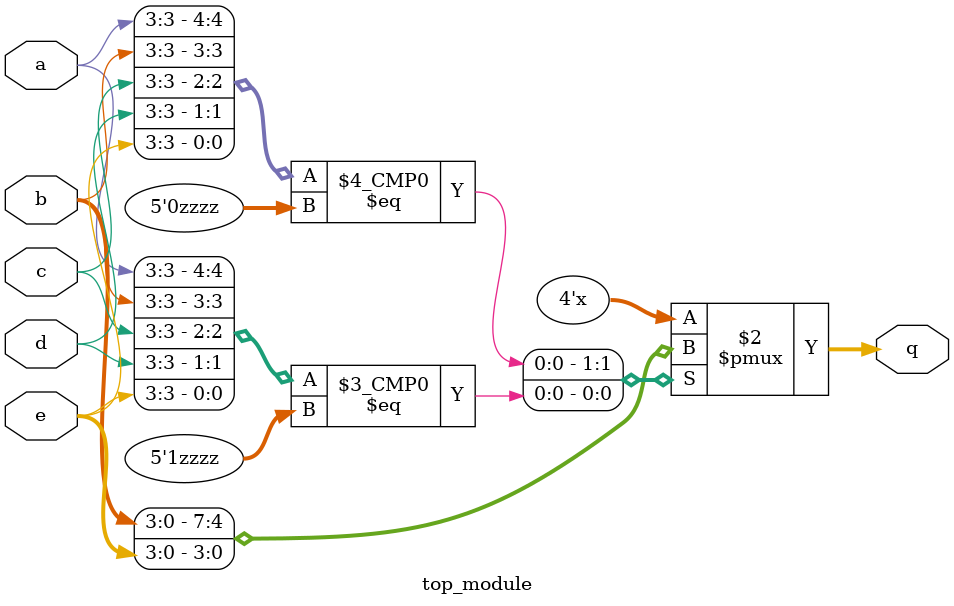
<source format=sv>
module top_module (
	input [3:0] a, 
	input [3:0] b, 
	input [3:0] c, 
	input [3:0] d,
	input [3:0] e,
	output reg [3:0] q
);

always @(*)
begin
    case ({a[3], b[3], c[3], d[3], e[3]})
        5'b0????:  q = b;
        5'b1????:  q = e;
        5'b01???:  q = a;
        5'b11???:  q = d;
        5'b??001:  q = e;
        5'b??101:  q = f;
        default:   q = f;
    endcase
end 

endmodule

</source>
